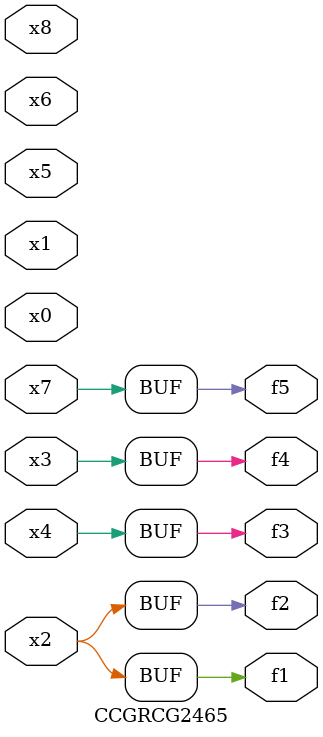
<source format=v>
module CCGRCG2465(
	input x0, x1, x2, x3, x4, x5, x6, x7, x8,
	output f1, f2, f3, f4, f5
);
	assign f1 = x2;
	assign f2 = x2;
	assign f3 = x4;
	assign f4 = x3;
	assign f5 = x7;
endmodule

</source>
